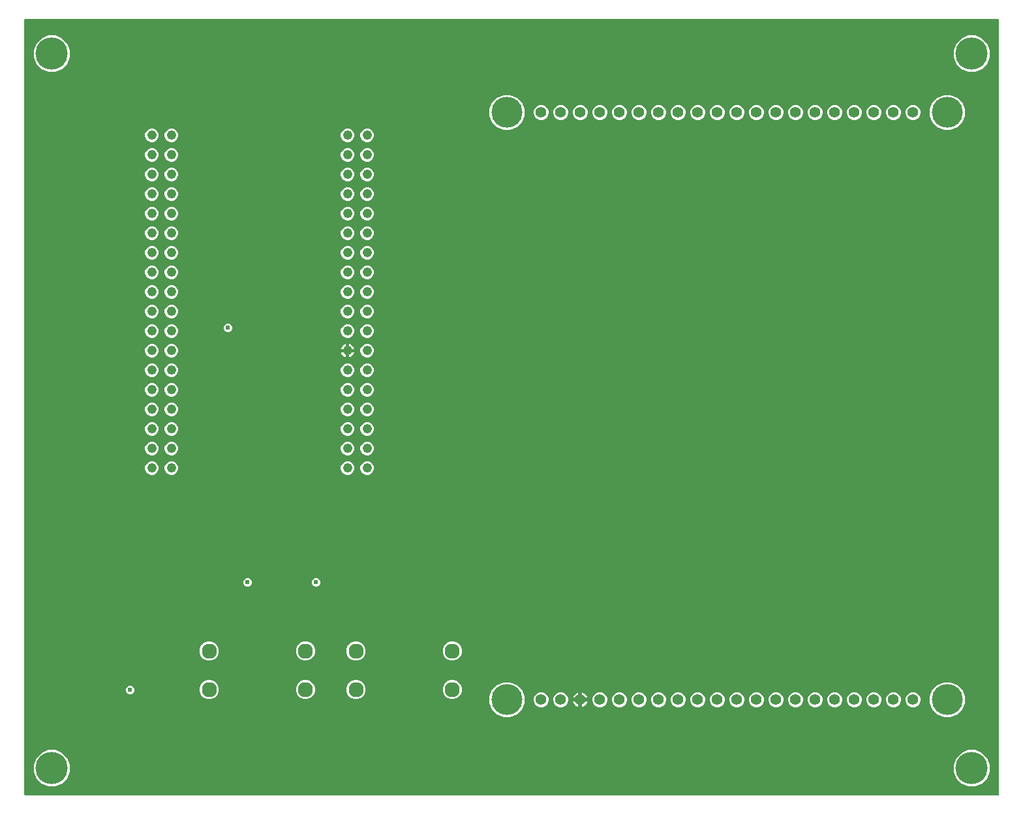
<source format=gbr>
G04 EAGLE Gerber RS-274X export*
G75*
%MOMM*%
%FSLAX34Y34*%
%LPD*%
%INCopper Layer 15*%
%IPPOS*%
%AMOC8*
5,1,8,0,0,1.08239X$1,22.5*%
G01*
%ADD10C,1.244600*%
%ADD11C,1.400000*%
%ADD12C,4.016000*%
%ADD13C,1.960000*%
%ADD14C,4.191000*%
%ADD15C,0.609600*%

G36*
X1266108Y2556D02*
X1266108Y2556D01*
X1266227Y2563D01*
X1266265Y2576D01*
X1266306Y2581D01*
X1266416Y2624D01*
X1266529Y2661D01*
X1266564Y2683D01*
X1266601Y2698D01*
X1266697Y2767D01*
X1266798Y2831D01*
X1266826Y2861D01*
X1266859Y2884D01*
X1266935Y2976D01*
X1267016Y3063D01*
X1267036Y3098D01*
X1267061Y3129D01*
X1267112Y3237D01*
X1267170Y3341D01*
X1267180Y3381D01*
X1267197Y3417D01*
X1267219Y3534D01*
X1267249Y3649D01*
X1267253Y3709D01*
X1267257Y3729D01*
X1267255Y3750D01*
X1267259Y3810D01*
X1267259Y1008890D01*
X1267244Y1009008D01*
X1267237Y1009127D01*
X1267224Y1009165D01*
X1267219Y1009206D01*
X1267176Y1009316D01*
X1267139Y1009429D01*
X1267117Y1009464D01*
X1267102Y1009501D01*
X1267033Y1009597D01*
X1266969Y1009698D01*
X1266939Y1009726D01*
X1266916Y1009759D01*
X1266824Y1009835D01*
X1266737Y1009916D01*
X1266702Y1009936D01*
X1266671Y1009961D01*
X1266563Y1010012D01*
X1266459Y1010070D01*
X1266419Y1010080D01*
X1266383Y1010097D01*
X1266266Y1010119D01*
X1266151Y1010149D01*
X1266091Y1010153D01*
X1266071Y1010157D01*
X1266050Y1010155D01*
X1265990Y1010159D01*
X3810Y1010159D01*
X3692Y1010144D01*
X3573Y1010137D01*
X3535Y1010124D01*
X3494Y1010119D01*
X3384Y1010076D01*
X3271Y1010039D01*
X3236Y1010017D01*
X3199Y1010002D01*
X3103Y1009933D01*
X3002Y1009869D01*
X2974Y1009839D01*
X2941Y1009816D01*
X2865Y1009724D01*
X2784Y1009637D01*
X2764Y1009602D01*
X2739Y1009571D01*
X2688Y1009463D01*
X2630Y1009359D01*
X2620Y1009319D01*
X2603Y1009283D01*
X2581Y1009166D01*
X2551Y1009051D01*
X2547Y1008991D01*
X2543Y1008971D01*
X2545Y1008950D01*
X2541Y1008890D01*
X2541Y3810D01*
X2556Y3692D01*
X2563Y3573D01*
X2576Y3535D01*
X2581Y3494D01*
X2624Y3384D01*
X2661Y3271D01*
X2683Y3236D01*
X2698Y3199D01*
X2767Y3103D01*
X2831Y3002D01*
X2861Y2974D01*
X2884Y2941D01*
X2976Y2865D01*
X3063Y2784D01*
X3098Y2764D01*
X3129Y2739D01*
X3237Y2688D01*
X3341Y2630D01*
X3381Y2620D01*
X3417Y2603D01*
X3534Y2581D01*
X3649Y2551D01*
X3709Y2547D01*
X3729Y2543D01*
X3750Y2545D01*
X3810Y2541D01*
X1265990Y2541D01*
X1266108Y2556D01*
G37*
%LPC*%
G36*
X1227226Y941704D02*
X1227226Y941704D01*
X1218591Y945281D01*
X1211981Y951891D01*
X1208404Y960526D01*
X1208404Y969874D01*
X1211981Y978509D01*
X1218591Y985119D01*
X1227226Y988696D01*
X1236574Y988696D01*
X1245209Y985119D01*
X1251819Y978509D01*
X1255396Y969874D01*
X1255396Y960526D01*
X1251819Y951891D01*
X1245209Y945281D01*
X1236574Y941704D01*
X1227226Y941704D01*
G37*
%LPD*%
%LPC*%
G36*
X33426Y941704D02*
X33426Y941704D01*
X24791Y945281D01*
X18181Y951891D01*
X14604Y960526D01*
X14604Y969874D01*
X18181Y978509D01*
X24791Y985119D01*
X33426Y988696D01*
X42774Y988696D01*
X51409Y985119D01*
X58019Y978509D01*
X61596Y969874D01*
X61596Y960526D01*
X58019Y951891D01*
X51409Y945281D01*
X42774Y941704D01*
X33426Y941704D01*
G37*
%LPD*%
%LPC*%
G36*
X33426Y14604D02*
X33426Y14604D01*
X24791Y18181D01*
X18181Y24791D01*
X14604Y33426D01*
X14604Y42774D01*
X18181Y51409D01*
X24791Y58019D01*
X33426Y61596D01*
X42774Y61596D01*
X51409Y58019D01*
X58019Y51409D01*
X61596Y42774D01*
X61596Y33426D01*
X58019Y24791D01*
X51409Y18181D01*
X42774Y14604D01*
X33426Y14604D01*
G37*
%LPD*%
%LPC*%
G36*
X1227226Y14604D02*
X1227226Y14604D01*
X1218591Y18181D01*
X1211981Y24791D01*
X1208404Y33426D01*
X1208404Y42774D01*
X1211981Y51409D01*
X1218591Y58019D01*
X1227226Y61596D01*
X1236574Y61596D01*
X1245209Y58019D01*
X1251819Y51409D01*
X1255396Y42774D01*
X1255396Y33426D01*
X1251819Y24791D01*
X1245209Y18181D01*
X1236574Y14604D01*
X1227226Y14604D01*
G37*
%LPD*%
%LPC*%
G36*
X1195650Y866379D02*
X1195650Y866379D01*
X1187336Y869823D01*
X1180973Y876186D01*
X1177529Y884500D01*
X1177529Y893500D01*
X1180973Y901814D01*
X1187336Y908177D01*
X1195650Y911621D01*
X1204650Y911621D01*
X1212964Y908177D01*
X1219327Y901814D01*
X1222771Y893500D01*
X1222771Y884500D01*
X1219327Y876186D01*
X1212964Y869823D01*
X1204650Y866379D01*
X1195650Y866379D01*
G37*
%LPD*%
%LPC*%
G36*
X624150Y866379D02*
X624150Y866379D01*
X615836Y869823D01*
X609473Y876186D01*
X606029Y884500D01*
X606029Y893500D01*
X609473Y901814D01*
X615836Y908177D01*
X624150Y911621D01*
X633150Y911621D01*
X641464Y908177D01*
X647827Y901814D01*
X651271Y893500D01*
X651271Y884500D01*
X647827Y876186D01*
X641464Y869823D01*
X633150Y866379D01*
X624150Y866379D01*
G37*
%LPD*%
%LPC*%
G36*
X624150Y104379D02*
X624150Y104379D01*
X615836Y107823D01*
X609473Y114186D01*
X606029Y122500D01*
X606029Y131500D01*
X609473Y139814D01*
X615836Y146177D01*
X624150Y149621D01*
X633150Y149621D01*
X641464Y146177D01*
X647827Y139814D01*
X651271Y131500D01*
X651271Y122500D01*
X647827Y114186D01*
X641464Y107823D01*
X633150Y104379D01*
X624150Y104379D01*
G37*
%LPD*%
%LPC*%
G36*
X1195650Y104379D02*
X1195650Y104379D01*
X1187336Y107823D01*
X1180973Y114186D01*
X1177529Y122500D01*
X1177529Y131500D01*
X1180973Y139814D01*
X1187336Y146177D01*
X1195650Y149621D01*
X1204650Y149621D01*
X1212964Y146177D01*
X1219327Y139814D01*
X1222771Y131500D01*
X1222771Y122500D01*
X1219327Y114186D01*
X1212964Y107823D01*
X1204650Y104379D01*
X1195650Y104379D01*
G37*
%LPD*%
%LPC*%
G36*
X239845Y177759D02*
X239845Y177759D01*
X235310Y179638D01*
X231838Y183110D01*
X229959Y187645D01*
X229959Y192555D01*
X231838Y197090D01*
X235310Y200562D01*
X239845Y202441D01*
X244755Y202441D01*
X249290Y200562D01*
X252762Y197090D01*
X254641Y192555D01*
X254641Y187645D01*
X252762Y183110D01*
X249290Y179638D01*
X244755Y177759D01*
X239845Y177759D01*
G37*
%LPD*%
%LPC*%
G36*
X364845Y127759D02*
X364845Y127759D01*
X360310Y129638D01*
X356838Y133110D01*
X354959Y137645D01*
X354959Y142555D01*
X356838Y147090D01*
X360310Y150562D01*
X364845Y152441D01*
X369755Y152441D01*
X374290Y150562D01*
X377762Y147090D01*
X379641Y142555D01*
X379641Y137645D01*
X377762Y133110D01*
X374290Y129638D01*
X369755Y127759D01*
X364845Y127759D01*
G37*
%LPD*%
%LPC*%
G36*
X430345Y127759D02*
X430345Y127759D01*
X425810Y129638D01*
X422338Y133110D01*
X420459Y137645D01*
X420459Y142555D01*
X422338Y147090D01*
X425810Y150562D01*
X430345Y152441D01*
X435255Y152441D01*
X439790Y150562D01*
X443262Y147090D01*
X445141Y142555D01*
X445141Y137645D01*
X443262Y133110D01*
X439790Y129638D01*
X435255Y127759D01*
X430345Y127759D01*
G37*
%LPD*%
%LPC*%
G36*
X555345Y127759D02*
X555345Y127759D01*
X550810Y129638D01*
X547338Y133110D01*
X545459Y137645D01*
X545459Y142555D01*
X547338Y147090D01*
X550810Y150562D01*
X555345Y152441D01*
X560255Y152441D01*
X564790Y150562D01*
X568262Y147090D01*
X570141Y142555D01*
X570141Y137645D01*
X568262Y133110D01*
X564790Y129638D01*
X560255Y127759D01*
X555345Y127759D01*
G37*
%LPD*%
%LPC*%
G36*
X430345Y177759D02*
X430345Y177759D01*
X425810Y179638D01*
X422338Y183110D01*
X420459Y187645D01*
X420459Y192555D01*
X422338Y197090D01*
X425810Y200562D01*
X430345Y202441D01*
X435255Y202441D01*
X439790Y200562D01*
X443262Y197090D01*
X445141Y192555D01*
X445141Y187645D01*
X443262Y183110D01*
X439790Y179638D01*
X435255Y177759D01*
X430345Y177759D01*
G37*
%LPD*%
%LPC*%
G36*
X555345Y177759D02*
X555345Y177759D01*
X550810Y179638D01*
X547338Y183110D01*
X545459Y187645D01*
X545459Y192555D01*
X547338Y197090D01*
X550810Y200562D01*
X555345Y202441D01*
X560255Y202441D01*
X564790Y200562D01*
X568262Y197090D01*
X570141Y192555D01*
X570141Y187645D01*
X568262Y183110D01*
X564790Y179638D01*
X560255Y177759D01*
X555345Y177759D01*
G37*
%LPD*%
%LPC*%
G36*
X364845Y177759D02*
X364845Y177759D01*
X360310Y179638D01*
X356838Y183110D01*
X354959Y187645D01*
X354959Y192555D01*
X356838Y197090D01*
X360310Y200562D01*
X364845Y202441D01*
X369755Y202441D01*
X374290Y200562D01*
X377762Y197090D01*
X379641Y192555D01*
X379641Y187645D01*
X377762Y183110D01*
X374290Y179638D01*
X369755Y177759D01*
X364845Y177759D01*
G37*
%LPD*%
%LPC*%
G36*
X239845Y127759D02*
X239845Y127759D01*
X235310Y129638D01*
X231838Y133110D01*
X229959Y137645D01*
X229959Y142555D01*
X231838Y147090D01*
X235310Y150562D01*
X239845Y152441D01*
X244755Y152441D01*
X249290Y150562D01*
X252762Y147090D01*
X254641Y142555D01*
X254641Y137645D01*
X252762Y133110D01*
X249290Y129638D01*
X244755Y127759D01*
X239845Y127759D01*
G37*
%LPD*%
%LPC*%
G36*
X1153802Y879459D02*
X1153802Y879459D01*
X1150296Y880912D01*
X1147612Y883596D01*
X1146159Y887102D01*
X1146159Y890898D01*
X1147612Y894404D01*
X1150296Y897088D01*
X1153802Y898541D01*
X1157598Y898541D01*
X1161104Y897088D01*
X1163788Y894404D01*
X1165241Y890898D01*
X1165241Y887102D01*
X1163788Y883596D01*
X1161104Y880912D01*
X1157598Y879459D01*
X1153802Y879459D01*
G37*
%LPD*%
%LPC*%
G36*
X1128402Y879459D02*
X1128402Y879459D01*
X1124896Y880912D01*
X1122212Y883596D01*
X1120759Y887102D01*
X1120759Y890898D01*
X1122212Y894404D01*
X1124896Y897088D01*
X1128402Y898541D01*
X1132198Y898541D01*
X1135704Y897088D01*
X1138388Y894404D01*
X1139841Y890898D01*
X1139841Y887102D01*
X1138388Y883596D01*
X1135704Y880912D01*
X1132198Y879459D01*
X1128402Y879459D01*
G37*
%LPD*%
%LPC*%
G36*
X1103002Y879459D02*
X1103002Y879459D01*
X1099496Y880912D01*
X1096812Y883596D01*
X1095359Y887102D01*
X1095359Y890898D01*
X1096812Y894404D01*
X1099496Y897088D01*
X1103002Y898541D01*
X1106798Y898541D01*
X1110304Y897088D01*
X1112988Y894404D01*
X1114441Y890898D01*
X1114441Y887102D01*
X1112988Y883596D01*
X1110304Y880912D01*
X1106798Y879459D01*
X1103002Y879459D01*
G37*
%LPD*%
%LPC*%
G36*
X1077602Y879459D02*
X1077602Y879459D01*
X1074096Y880912D01*
X1071412Y883596D01*
X1069959Y887102D01*
X1069959Y890898D01*
X1071412Y894404D01*
X1074096Y897088D01*
X1077602Y898541D01*
X1081398Y898541D01*
X1084904Y897088D01*
X1087588Y894404D01*
X1089041Y890898D01*
X1089041Y887102D01*
X1087588Y883596D01*
X1084904Y880912D01*
X1081398Y879459D01*
X1077602Y879459D01*
G37*
%LPD*%
%LPC*%
G36*
X1052202Y879459D02*
X1052202Y879459D01*
X1048696Y880912D01*
X1046012Y883596D01*
X1044559Y887102D01*
X1044559Y890898D01*
X1046012Y894404D01*
X1048696Y897088D01*
X1052202Y898541D01*
X1055998Y898541D01*
X1059504Y897088D01*
X1062188Y894404D01*
X1063641Y890898D01*
X1063641Y887102D01*
X1062188Y883596D01*
X1059504Y880912D01*
X1055998Y879459D01*
X1052202Y879459D01*
G37*
%LPD*%
%LPC*%
G36*
X1026802Y879459D02*
X1026802Y879459D01*
X1023296Y880912D01*
X1020612Y883596D01*
X1019159Y887102D01*
X1019159Y890898D01*
X1020612Y894404D01*
X1023296Y897088D01*
X1026802Y898541D01*
X1030598Y898541D01*
X1034104Y897088D01*
X1036788Y894404D01*
X1038241Y890898D01*
X1038241Y887102D01*
X1036788Y883596D01*
X1034104Y880912D01*
X1030598Y879459D01*
X1026802Y879459D01*
G37*
%LPD*%
%LPC*%
G36*
X1001402Y879459D02*
X1001402Y879459D01*
X997896Y880912D01*
X995212Y883596D01*
X993759Y887102D01*
X993759Y890898D01*
X995212Y894404D01*
X997896Y897088D01*
X1001402Y898541D01*
X1005198Y898541D01*
X1008704Y897088D01*
X1011388Y894404D01*
X1012841Y890898D01*
X1012841Y887102D01*
X1011388Y883596D01*
X1008704Y880912D01*
X1005198Y879459D01*
X1001402Y879459D01*
G37*
%LPD*%
%LPC*%
G36*
X976002Y879459D02*
X976002Y879459D01*
X972496Y880912D01*
X969812Y883596D01*
X968359Y887102D01*
X968359Y890898D01*
X969812Y894404D01*
X972496Y897088D01*
X976002Y898541D01*
X979798Y898541D01*
X983304Y897088D01*
X985988Y894404D01*
X987441Y890898D01*
X987441Y887102D01*
X985988Y883596D01*
X983304Y880912D01*
X979798Y879459D01*
X976002Y879459D01*
G37*
%LPD*%
%LPC*%
G36*
X950602Y879459D02*
X950602Y879459D01*
X947096Y880912D01*
X944412Y883596D01*
X942959Y887102D01*
X942959Y890898D01*
X944412Y894404D01*
X947096Y897088D01*
X950602Y898541D01*
X954398Y898541D01*
X957904Y897088D01*
X960588Y894404D01*
X962041Y890898D01*
X962041Y887102D01*
X960588Y883596D01*
X957904Y880912D01*
X954398Y879459D01*
X950602Y879459D01*
G37*
%LPD*%
%LPC*%
G36*
X925202Y879459D02*
X925202Y879459D01*
X921696Y880912D01*
X919012Y883596D01*
X917559Y887102D01*
X917559Y890898D01*
X919012Y894404D01*
X921696Y897088D01*
X925202Y898541D01*
X928998Y898541D01*
X932504Y897088D01*
X935188Y894404D01*
X936641Y890898D01*
X936641Y887102D01*
X935188Y883596D01*
X932504Y880912D01*
X928998Y879459D01*
X925202Y879459D01*
G37*
%LPD*%
%LPC*%
G36*
X899802Y879459D02*
X899802Y879459D01*
X896296Y880912D01*
X893612Y883596D01*
X892159Y887102D01*
X892159Y890898D01*
X893612Y894404D01*
X896296Y897088D01*
X899802Y898541D01*
X903598Y898541D01*
X907104Y897088D01*
X909788Y894404D01*
X911241Y890898D01*
X911241Y887102D01*
X909788Y883596D01*
X907104Y880912D01*
X903598Y879459D01*
X899802Y879459D01*
G37*
%LPD*%
%LPC*%
G36*
X874402Y879459D02*
X874402Y879459D01*
X870896Y880912D01*
X868212Y883596D01*
X866759Y887102D01*
X866759Y890898D01*
X868212Y894404D01*
X870896Y897088D01*
X874402Y898541D01*
X878198Y898541D01*
X881704Y897088D01*
X884388Y894404D01*
X885841Y890898D01*
X885841Y887102D01*
X884388Y883596D01*
X881704Y880912D01*
X878198Y879459D01*
X874402Y879459D01*
G37*
%LPD*%
%LPC*%
G36*
X823602Y879459D02*
X823602Y879459D01*
X820096Y880912D01*
X817412Y883596D01*
X815959Y887102D01*
X815959Y890898D01*
X817412Y894404D01*
X820096Y897088D01*
X823602Y898541D01*
X827398Y898541D01*
X830904Y897088D01*
X833588Y894404D01*
X835041Y890898D01*
X835041Y887102D01*
X833588Y883596D01*
X830904Y880912D01*
X827398Y879459D01*
X823602Y879459D01*
G37*
%LPD*%
%LPC*%
G36*
X798202Y879459D02*
X798202Y879459D01*
X794696Y880912D01*
X792012Y883596D01*
X790559Y887102D01*
X790559Y890898D01*
X792012Y894404D01*
X794696Y897088D01*
X798202Y898541D01*
X801998Y898541D01*
X805504Y897088D01*
X808188Y894404D01*
X809641Y890898D01*
X809641Y887102D01*
X808188Y883596D01*
X805504Y880912D01*
X801998Y879459D01*
X798202Y879459D01*
G37*
%LPD*%
%LPC*%
G36*
X772802Y879459D02*
X772802Y879459D01*
X769296Y880912D01*
X766612Y883596D01*
X765159Y887102D01*
X765159Y890898D01*
X766612Y894404D01*
X769296Y897088D01*
X772802Y898541D01*
X776598Y898541D01*
X780104Y897088D01*
X782788Y894404D01*
X784241Y890898D01*
X784241Y887102D01*
X782788Y883596D01*
X780104Y880912D01*
X776598Y879459D01*
X772802Y879459D01*
G37*
%LPD*%
%LPC*%
G36*
X747402Y879459D02*
X747402Y879459D01*
X743896Y880912D01*
X741212Y883596D01*
X739759Y887102D01*
X739759Y890898D01*
X741212Y894404D01*
X743896Y897088D01*
X747402Y898541D01*
X751198Y898541D01*
X754704Y897088D01*
X757388Y894404D01*
X758841Y890898D01*
X758841Y887102D01*
X757388Y883596D01*
X754704Y880912D01*
X751198Y879459D01*
X747402Y879459D01*
G37*
%LPD*%
%LPC*%
G36*
X722002Y879459D02*
X722002Y879459D01*
X718496Y880912D01*
X715812Y883596D01*
X714359Y887102D01*
X714359Y890898D01*
X715812Y894404D01*
X718496Y897088D01*
X722002Y898541D01*
X725798Y898541D01*
X729304Y897088D01*
X731988Y894404D01*
X733441Y890898D01*
X733441Y887102D01*
X731988Y883596D01*
X729304Y880912D01*
X725798Y879459D01*
X722002Y879459D01*
G37*
%LPD*%
%LPC*%
G36*
X696602Y879459D02*
X696602Y879459D01*
X693096Y880912D01*
X690412Y883596D01*
X688959Y887102D01*
X688959Y890898D01*
X690412Y894404D01*
X693096Y897088D01*
X696602Y898541D01*
X700398Y898541D01*
X703904Y897088D01*
X706588Y894404D01*
X708041Y890898D01*
X708041Y887102D01*
X706588Y883596D01*
X703904Y880912D01*
X700398Y879459D01*
X696602Y879459D01*
G37*
%LPD*%
%LPC*%
G36*
X671202Y879459D02*
X671202Y879459D01*
X667696Y880912D01*
X665012Y883596D01*
X663559Y887102D01*
X663559Y890898D01*
X665012Y894404D01*
X667696Y897088D01*
X671202Y898541D01*
X674998Y898541D01*
X678504Y897088D01*
X681188Y894404D01*
X682641Y890898D01*
X682641Y887102D01*
X681188Y883596D01*
X678504Y880912D01*
X674998Y879459D01*
X671202Y879459D01*
G37*
%LPD*%
%LPC*%
G36*
X1052202Y117459D02*
X1052202Y117459D01*
X1048696Y118912D01*
X1046012Y121596D01*
X1044559Y125102D01*
X1044559Y128898D01*
X1046012Y132404D01*
X1048696Y135088D01*
X1052202Y136541D01*
X1055998Y136541D01*
X1059504Y135088D01*
X1062188Y132404D01*
X1063641Y128898D01*
X1063641Y125102D01*
X1062188Y121596D01*
X1059504Y118912D01*
X1055998Y117459D01*
X1052202Y117459D01*
G37*
%LPD*%
%LPC*%
G36*
X1001402Y117459D02*
X1001402Y117459D01*
X997896Y118912D01*
X995212Y121596D01*
X993759Y125102D01*
X993759Y128898D01*
X995212Y132404D01*
X997896Y135088D01*
X1001402Y136541D01*
X1005198Y136541D01*
X1008704Y135088D01*
X1011388Y132404D01*
X1012841Y128898D01*
X1012841Y125102D01*
X1011388Y121596D01*
X1008704Y118912D01*
X1005198Y117459D01*
X1001402Y117459D01*
G37*
%LPD*%
%LPC*%
G36*
X925202Y117459D02*
X925202Y117459D01*
X921696Y118912D01*
X919012Y121596D01*
X917559Y125102D01*
X917559Y128898D01*
X919012Y132404D01*
X921696Y135088D01*
X925202Y136541D01*
X928998Y136541D01*
X932504Y135088D01*
X935188Y132404D01*
X936641Y128898D01*
X936641Y125102D01*
X935188Y121596D01*
X932504Y118912D01*
X928998Y117459D01*
X925202Y117459D01*
G37*
%LPD*%
%LPC*%
G36*
X899802Y117459D02*
X899802Y117459D01*
X896296Y118912D01*
X893612Y121596D01*
X892159Y125102D01*
X892159Y128898D01*
X893612Y132404D01*
X896296Y135088D01*
X899802Y136541D01*
X903598Y136541D01*
X907104Y135088D01*
X909788Y132404D01*
X911241Y128898D01*
X911241Y125102D01*
X909788Y121596D01*
X907104Y118912D01*
X903598Y117459D01*
X899802Y117459D01*
G37*
%LPD*%
%LPC*%
G36*
X874402Y117459D02*
X874402Y117459D01*
X870896Y118912D01*
X868212Y121596D01*
X866759Y125102D01*
X866759Y128898D01*
X868212Y132404D01*
X870896Y135088D01*
X874402Y136541D01*
X878198Y136541D01*
X881704Y135088D01*
X884388Y132404D01*
X885841Y128898D01*
X885841Y125102D01*
X884388Y121596D01*
X881704Y118912D01*
X878198Y117459D01*
X874402Y117459D01*
G37*
%LPD*%
%LPC*%
G36*
X849002Y117459D02*
X849002Y117459D01*
X845496Y118912D01*
X842812Y121596D01*
X841359Y125102D01*
X841359Y128898D01*
X842812Y132404D01*
X845496Y135088D01*
X849002Y136541D01*
X852798Y136541D01*
X856304Y135088D01*
X858988Y132404D01*
X860441Y128898D01*
X860441Y125102D01*
X858988Y121596D01*
X856304Y118912D01*
X852798Y117459D01*
X849002Y117459D01*
G37*
%LPD*%
%LPC*%
G36*
X823602Y117459D02*
X823602Y117459D01*
X820096Y118912D01*
X817412Y121596D01*
X815959Y125102D01*
X815959Y128898D01*
X817412Y132404D01*
X820096Y135088D01*
X823602Y136541D01*
X827398Y136541D01*
X830904Y135088D01*
X833588Y132404D01*
X835041Y128898D01*
X835041Y125102D01*
X833588Y121596D01*
X830904Y118912D01*
X827398Y117459D01*
X823602Y117459D01*
G37*
%LPD*%
%LPC*%
G36*
X798202Y117459D02*
X798202Y117459D01*
X794696Y118912D01*
X792012Y121596D01*
X790559Y125102D01*
X790559Y128898D01*
X792012Y132404D01*
X794696Y135088D01*
X798202Y136541D01*
X801998Y136541D01*
X805504Y135088D01*
X808188Y132404D01*
X809641Y128898D01*
X809641Y125102D01*
X808188Y121596D01*
X805504Y118912D01*
X801998Y117459D01*
X798202Y117459D01*
G37*
%LPD*%
%LPC*%
G36*
X772802Y117459D02*
X772802Y117459D01*
X769296Y118912D01*
X766612Y121596D01*
X765159Y125102D01*
X765159Y128898D01*
X766612Y132404D01*
X769296Y135088D01*
X772802Y136541D01*
X776598Y136541D01*
X780104Y135088D01*
X782788Y132404D01*
X784241Y128898D01*
X784241Y125102D01*
X782788Y121596D01*
X780104Y118912D01*
X776598Y117459D01*
X772802Y117459D01*
G37*
%LPD*%
%LPC*%
G36*
X747402Y117459D02*
X747402Y117459D01*
X743896Y118912D01*
X741212Y121596D01*
X739759Y125102D01*
X739759Y128898D01*
X741212Y132404D01*
X743896Y135088D01*
X747402Y136541D01*
X751198Y136541D01*
X754704Y135088D01*
X757388Y132404D01*
X758841Y128898D01*
X758841Y125102D01*
X757388Y121596D01*
X754704Y118912D01*
X751198Y117459D01*
X747402Y117459D01*
G37*
%LPD*%
%LPC*%
G36*
X696602Y117459D02*
X696602Y117459D01*
X693096Y118912D01*
X690412Y121596D01*
X688959Y125102D01*
X688959Y128898D01*
X690412Y132404D01*
X693096Y135088D01*
X696602Y136541D01*
X700398Y136541D01*
X703904Y135088D01*
X706588Y132404D01*
X708041Y128898D01*
X708041Y125102D01*
X706588Y121596D01*
X703904Y118912D01*
X700398Y117459D01*
X696602Y117459D01*
G37*
%LPD*%
%LPC*%
G36*
X671202Y117459D02*
X671202Y117459D01*
X667696Y118912D01*
X665012Y121596D01*
X663559Y125102D01*
X663559Y128898D01*
X665012Y132404D01*
X667696Y135088D01*
X671202Y136541D01*
X674998Y136541D01*
X678504Y135088D01*
X681188Y132404D01*
X682641Y128898D01*
X682641Y125102D01*
X681188Y121596D01*
X678504Y118912D01*
X674998Y117459D01*
X671202Y117459D01*
G37*
%LPD*%
%LPC*%
G36*
X1026802Y117459D02*
X1026802Y117459D01*
X1023296Y118912D01*
X1020612Y121596D01*
X1019159Y125102D01*
X1019159Y128898D01*
X1020612Y132404D01*
X1023296Y135088D01*
X1026802Y136541D01*
X1030598Y136541D01*
X1034104Y135088D01*
X1036788Y132404D01*
X1038241Y128898D01*
X1038241Y125102D01*
X1036788Y121596D01*
X1034104Y118912D01*
X1030598Y117459D01*
X1026802Y117459D01*
G37*
%LPD*%
%LPC*%
G36*
X849002Y879459D02*
X849002Y879459D01*
X845496Y880912D01*
X842812Y883596D01*
X841359Y887102D01*
X841359Y890898D01*
X842812Y894404D01*
X845496Y897088D01*
X849002Y898541D01*
X852798Y898541D01*
X856304Y897088D01*
X858988Y894404D01*
X860441Y890898D01*
X860441Y887102D01*
X858988Y883596D01*
X856304Y880912D01*
X852798Y879459D01*
X849002Y879459D01*
G37*
%LPD*%
%LPC*%
G36*
X976002Y117459D02*
X976002Y117459D01*
X972496Y118912D01*
X969812Y121596D01*
X968359Y125102D01*
X968359Y128898D01*
X969812Y132404D01*
X972496Y135088D01*
X976002Y136541D01*
X979798Y136541D01*
X983304Y135088D01*
X985988Y132404D01*
X987441Y128898D01*
X987441Y125102D01*
X985988Y121596D01*
X983304Y118912D01*
X979798Y117459D01*
X976002Y117459D01*
G37*
%LPD*%
%LPC*%
G36*
X950602Y117459D02*
X950602Y117459D01*
X947096Y118912D01*
X944412Y121596D01*
X942959Y125102D01*
X942959Y128898D01*
X944412Y132404D01*
X947096Y135088D01*
X950602Y136541D01*
X954398Y136541D01*
X957904Y135088D01*
X960588Y132404D01*
X962041Y128898D01*
X962041Y125102D01*
X960588Y121596D01*
X957904Y118912D01*
X954398Y117459D01*
X950602Y117459D01*
G37*
%LPD*%
%LPC*%
G36*
X1153802Y117459D02*
X1153802Y117459D01*
X1150296Y118912D01*
X1147612Y121596D01*
X1146159Y125102D01*
X1146159Y128898D01*
X1147612Y132404D01*
X1150296Y135088D01*
X1153802Y136541D01*
X1157598Y136541D01*
X1161104Y135088D01*
X1163788Y132404D01*
X1165241Y128898D01*
X1165241Y125102D01*
X1163788Y121596D01*
X1161104Y118912D01*
X1157598Y117459D01*
X1153802Y117459D01*
G37*
%LPD*%
%LPC*%
G36*
X1128402Y117459D02*
X1128402Y117459D01*
X1124896Y118912D01*
X1122212Y121596D01*
X1120759Y125102D01*
X1120759Y128898D01*
X1122212Y132404D01*
X1124896Y135088D01*
X1128402Y136541D01*
X1132198Y136541D01*
X1135704Y135088D01*
X1138388Y132404D01*
X1139841Y128898D01*
X1139841Y125102D01*
X1138388Y121596D01*
X1135704Y118912D01*
X1132198Y117459D01*
X1128402Y117459D01*
G37*
%LPD*%
%LPC*%
G36*
X1103002Y117459D02*
X1103002Y117459D01*
X1099496Y118912D01*
X1096812Y121596D01*
X1095359Y125102D01*
X1095359Y128898D01*
X1096812Y132404D01*
X1099496Y135088D01*
X1103002Y136541D01*
X1106798Y136541D01*
X1110304Y135088D01*
X1112988Y132404D01*
X1114441Y128898D01*
X1114441Y125102D01*
X1112988Y121596D01*
X1110304Y118912D01*
X1106798Y117459D01*
X1103002Y117459D01*
G37*
%LPD*%
%LPC*%
G36*
X1077602Y117459D02*
X1077602Y117459D01*
X1074096Y118912D01*
X1071412Y121596D01*
X1069959Y125102D01*
X1069959Y128898D01*
X1071412Y132404D01*
X1074096Y135088D01*
X1077602Y136541D01*
X1081398Y136541D01*
X1084904Y135088D01*
X1087588Y132404D01*
X1089041Y128898D01*
X1089041Y125102D01*
X1087588Y121596D01*
X1084904Y118912D01*
X1081398Y117459D01*
X1077602Y117459D01*
G37*
%LPD*%
%LPC*%
G36*
X191557Y850436D02*
X191557Y850436D01*
X188336Y851770D01*
X185870Y854236D01*
X184536Y857457D01*
X184536Y860943D01*
X185870Y864164D01*
X188336Y866630D01*
X191557Y867964D01*
X195043Y867964D01*
X198264Y866630D01*
X200730Y864164D01*
X202064Y860943D01*
X202064Y857457D01*
X200730Y854236D01*
X198264Y851770D01*
X195043Y850436D01*
X191557Y850436D01*
G37*
%LPD*%
%LPC*%
G36*
X166157Y850436D02*
X166157Y850436D01*
X162936Y851770D01*
X160470Y854236D01*
X159136Y857457D01*
X159136Y860943D01*
X160470Y864164D01*
X162936Y866630D01*
X166157Y867964D01*
X169643Y867964D01*
X172864Y866630D01*
X175330Y864164D01*
X176664Y860943D01*
X176664Y857457D01*
X175330Y854236D01*
X172864Y851770D01*
X169643Y850436D01*
X166157Y850436D01*
G37*
%LPD*%
%LPC*%
G36*
X445557Y850436D02*
X445557Y850436D01*
X442336Y851770D01*
X439870Y854236D01*
X438536Y857457D01*
X438536Y860943D01*
X439870Y864164D01*
X442336Y866630D01*
X445557Y867964D01*
X449043Y867964D01*
X452264Y866630D01*
X454730Y864164D01*
X456064Y860943D01*
X456064Y857457D01*
X454730Y854236D01*
X452264Y851770D01*
X449043Y850436D01*
X445557Y850436D01*
G37*
%LPD*%
%LPC*%
G36*
X420157Y850436D02*
X420157Y850436D01*
X416936Y851770D01*
X414470Y854236D01*
X413136Y857457D01*
X413136Y860943D01*
X414470Y864164D01*
X416936Y866630D01*
X420157Y867964D01*
X423643Y867964D01*
X426864Y866630D01*
X429330Y864164D01*
X430664Y860943D01*
X430664Y857457D01*
X429330Y854236D01*
X426864Y851770D01*
X423643Y850436D01*
X420157Y850436D01*
G37*
%LPD*%
%LPC*%
G36*
X191557Y825036D02*
X191557Y825036D01*
X188336Y826370D01*
X185870Y828836D01*
X184536Y832057D01*
X184536Y835543D01*
X185870Y838764D01*
X188336Y841230D01*
X191557Y842564D01*
X195043Y842564D01*
X198264Y841230D01*
X200730Y838764D01*
X202064Y835543D01*
X202064Y832057D01*
X200730Y828836D01*
X198264Y826370D01*
X195043Y825036D01*
X191557Y825036D01*
G37*
%LPD*%
%LPC*%
G36*
X166157Y825036D02*
X166157Y825036D01*
X162936Y826370D01*
X160470Y828836D01*
X159136Y832057D01*
X159136Y835543D01*
X160470Y838764D01*
X162936Y841230D01*
X166157Y842564D01*
X169643Y842564D01*
X172864Y841230D01*
X175330Y838764D01*
X176664Y835543D01*
X176664Y832057D01*
X175330Y828836D01*
X172864Y826370D01*
X169643Y825036D01*
X166157Y825036D01*
G37*
%LPD*%
%LPC*%
G36*
X445557Y825036D02*
X445557Y825036D01*
X442336Y826370D01*
X439870Y828836D01*
X438536Y832057D01*
X438536Y835543D01*
X439870Y838764D01*
X442336Y841230D01*
X445557Y842564D01*
X449043Y842564D01*
X452264Y841230D01*
X454730Y838764D01*
X456064Y835543D01*
X456064Y832057D01*
X454730Y828836D01*
X452264Y826370D01*
X449043Y825036D01*
X445557Y825036D01*
G37*
%LPD*%
%LPC*%
G36*
X420157Y825036D02*
X420157Y825036D01*
X416936Y826370D01*
X414470Y828836D01*
X413136Y832057D01*
X413136Y835543D01*
X414470Y838764D01*
X416936Y841230D01*
X420157Y842564D01*
X423643Y842564D01*
X426864Y841230D01*
X429330Y838764D01*
X430664Y835543D01*
X430664Y832057D01*
X429330Y828836D01*
X426864Y826370D01*
X423643Y825036D01*
X420157Y825036D01*
G37*
%LPD*%
%LPC*%
G36*
X445557Y799636D02*
X445557Y799636D01*
X442336Y800970D01*
X439870Y803436D01*
X438536Y806657D01*
X438536Y810143D01*
X439870Y813364D01*
X442336Y815830D01*
X445557Y817164D01*
X449043Y817164D01*
X452264Y815830D01*
X454730Y813364D01*
X456064Y810143D01*
X456064Y806657D01*
X454730Y803436D01*
X452264Y800970D01*
X449043Y799636D01*
X445557Y799636D01*
G37*
%LPD*%
%LPC*%
G36*
X420157Y799636D02*
X420157Y799636D01*
X416936Y800970D01*
X414470Y803436D01*
X413136Y806657D01*
X413136Y810143D01*
X414470Y813364D01*
X416936Y815830D01*
X420157Y817164D01*
X423643Y817164D01*
X426864Y815830D01*
X429330Y813364D01*
X430664Y810143D01*
X430664Y806657D01*
X429330Y803436D01*
X426864Y800970D01*
X423643Y799636D01*
X420157Y799636D01*
G37*
%LPD*%
%LPC*%
G36*
X191557Y799636D02*
X191557Y799636D01*
X188336Y800970D01*
X185870Y803436D01*
X184536Y806657D01*
X184536Y810143D01*
X185870Y813364D01*
X188336Y815830D01*
X191557Y817164D01*
X195043Y817164D01*
X198264Y815830D01*
X200730Y813364D01*
X202064Y810143D01*
X202064Y806657D01*
X200730Y803436D01*
X198264Y800970D01*
X195043Y799636D01*
X191557Y799636D01*
G37*
%LPD*%
%LPC*%
G36*
X166157Y799636D02*
X166157Y799636D01*
X162936Y800970D01*
X160470Y803436D01*
X159136Y806657D01*
X159136Y810143D01*
X160470Y813364D01*
X162936Y815830D01*
X166157Y817164D01*
X169643Y817164D01*
X172864Y815830D01*
X175330Y813364D01*
X176664Y810143D01*
X176664Y806657D01*
X175330Y803436D01*
X172864Y800970D01*
X169643Y799636D01*
X166157Y799636D01*
G37*
%LPD*%
%LPC*%
G36*
X445557Y774236D02*
X445557Y774236D01*
X442336Y775570D01*
X439870Y778036D01*
X438536Y781257D01*
X438536Y784743D01*
X439870Y787964D01*
X442336Y790430D01*
X445557Y791764D01*
X449043Y791764D01*
X452264Y790430D01*
X454730Y787964D01*
X456064Y784743D01*
X456064Y781257D01*
X454730Y778036D01*
X452264Y775570D01*
X449043Y774236D01*
X445557Y774236D01*
G37*
%LPD*%
%LPC*%
G36*
X420157Y774236D02*
X420157Y774236D01*
X416936Y775570D01*
X414470Y778036D01*
X413136Y781257D01*
X413136Y784743D01*
X414470Y787964D01*
X416936Y790430D01*
X420157Y791764D01*
X423643Y791764D01*
X426864Y790430D01*
X429330Y787964D01*
X430664Y784743D01*
X430664Y781257D01*
X429330Y778036D01*
X426864Y775570D01*
X423643Y774236D01*
X420157Y774236D01*
G37*
%LPD*%
%LPC*%
G36*
X191557Y774236D02*
X191557Y774236D01*
X188336Y775570D01*
X185870Y778036D01*
X184536Y781257D01*
X184536Y784743D01*
X185870Y787964D01*
X188336Y790430D01*
X191557Y791764D01*
X195043Y791764D01*
X198264Y790430D01*
X200730Y787964D01*
X202064Y784743D01*
X202064Y781257D01*
X200730Y778036D01*
X198264Y775570D01*
X195043Y774236D01*
X191557Y774236D01*
G37*
%LPD*%
%LPC*%
G36*
X166157Y774236D02*
X166157Y774236D01*
X162936Y775570D01*
X160470Y778036D01*
X159136Y781257D01*
X159136Y784743D01*
X160470Y787964D01*
X162936Y790430D01*
X166157Y791764D01*
X169643Y791764D01*
X172864Y790430D01*
X175330Y787964D01*
X176664Y784743D01*
X176664Y781257D01*
X175330Y778036D01*
X172864Y775570D01*
X169643Y774236D01*
X166157Y774236D01*
G37*
%LPD*%
%LPC*%
G36*
X445557Y748836D02*
X445557Y748836D01*
X442336Y750170D01*
X439870Y752636D01*
X438536Y755857D01*
X438536Y759343D01*
X439870Y762564D01*
X442336Y765030D01*
X445557Y766364D01*
X449043Y766364D01*
X452264Y765030D01*
X454730Y762564D01*
X456064Y759343D01*
X456064Y755857D01*
X454730Y752636D01*
X452264Y750170D01*
X449043Y748836D01*
X445557Y748836D01*
G37*
%LPD*%
%LPC*%
G36*
X420157Y748836D02*
X420157Y748836D01*
X416936Y750170D01*
X414470Y752636D01*
X413136Y755857D01*
X413136Y759343D01*
X414470Y762564D01*
X416936Y765030D01*
X420157Y766364D01*
X423643Y766364D01*
X426864Y765030D01*
X429330Y762564D01*
X430664Y759343D01*
X430664Y755857D01*
X429330Y752636D01*
X426864Y750170D01*
X423643Y748836D01*
X420157Y748836D01*
G37*
%LPD*%
%LPC*%
G36*
X191557Y748836D02*
X191557Y748836D01*
X188336Y750170D01*
X185870Y752636D01*
X184536Y755857D01*
X184536Y759343D01*
X185870Y762564D01*
X188336Y765030D01*
X191557Y766364D01*
X195043Y766364D01*
X198264Y765030D01*
X200730Y762564D01*
X202064Y759343D01*
X202064Y755857D01*
X200730Y752636D01*
X198264Y750170D01*
X195043Y748836D01*
X191557Y748836D01*
G37*
%LPD*%
%LPC*%
G36*
X166157Y748836D02*
X166157Y748836D01*
X162936Y750170D01*
X160470Y752636D01*
X159136Y755857D01*
X159136Y759343D01*
X160470Y762564D01*
X162936Y765030D01*
X166157Y766364D01*
X169643Y766364D01*
X172864Y765030D01*
X175330Y762564D01*
X176664Y759343D01*
X176664Y755857D01*
X175330Y752636D01*
X172864Y750170D01*
X169643Y748836D01*
X166157Y748836D01*
G37*
%LPD*%
%LPC*%
G36*
X191557Y723436D02*
X191557Y723436D01*
X188336Y724770D01*
X185870Y727236D01*
X184536Y730457D01*
X184536Y733943D01*
X185870Y737164D01*
X188336Y739630D01*
X191557Y740964D01*
X195043Y740964D01*
X198264Y739630D01*
X200730Y737164D01*
X202064Y733943D01*
X202064Y730457D01*
X200730Y727236D01*
X198264Y724770D01*
X195043Y723436D01*
X191557Y723436D01*
G37*
%LPD*%
%LPC*%
G36*
X166157Y723436D02*
X166157Y723436D01*
X162936Y724770D01*
X160470Y727236D01*
X159136Y730457D01*
X159136Y733943D01*
X160470Y737164D01*
X162936Y739630D01*
X166157Y740964D01*
X169643Y740964D01*
X172864Y739630D01*
X175330Y737164D01*
X176664Y733943D01*
X176664Y730457D01*
X175330Y727236D01*
X172864Y724770D01*
X169643Y723436D01*
X166157Y723436D01*
G37*
%LPD*%
%LPC*%
G36*
X445557Y723436D02*
X445557Y723436D01*
X442336Y724770D01*
X439870Y727236D01*
X438536Y730457D01*
X438536Y733943D01*
X439870Y737164D01*
X442336Y739630D01*
X445557Y740964D01*
X449043Y740964D01*
X452264Y739630D01*
X454730Y737164D01*
X456064Y733943D01*
X456064Y730457D01*
X454730Y727236D01*
X452264Y724770D01*
X449043Y723436D01*
X445557Y723436D01*
G37*
%LPD*%
%LPC*%
G36*
X420157Y723436D02*
X420157Y723436D01*
X416936Y724770D01*
X414470Y727236D01*
X413136Y730457D01*
X413136Y733943D01*
X414470Y737164D01*
X416936Y739630D01*
X420157Y740964D01*
X423643Y740964D01*
X426864Y739630D01*
X429330Y737164D01*
X430664Y733943D01*
X430664Y730457D01*
X429330Y727236D01*
X426864Y724770D01*
X423643Y723436D01*
X420157Y723436D01*
G37*
%LPD*%
%LPC*%
G36*
X445557Y698036D02*
X445557Y698036D01*
X442336Y699370D01*
X439870Y701836D01*
X438536Y705057D01*
X438536Y708543D01*
X439870Y711764D01*
X442336Y714230D01*
X445557Y715564D01*
X449043Y715564D01*
X452264Y714230D01*
X454730Y711764D01*
X456064Y708543D01*
X456064Y705057D01*
X454730Y701836D01*
X452264Y699370D01*
X449043Y698036D01*
X445557Y698036D01*
G37*
%LPD*%
%LPC*%
G36*
X420157Y698036D02*
X420157Y698036D01*
X416936Y699370D01*
X414470Y701836D01*
X413136Y705057D01*
X413136Y708543D01*
X414470Y711764D01*
X416936Y714230D01*
X420157Y715564D01*
X423643Y715564D01*
X426864Y714230D01*
X429330Y711764D01*
X430664Y708543D01*
X430664Y705057D01*
X429330Y701836D01*
X426864Y699370D01*
X423643Y698036D01*
X420157Y698036D01*
G37*
%LPD*%
%LPC*%
G36*
X191557Y698036D02*
X191557Y698036D01*
X188336Y699370D01*
X185870Y701836D01*
X184536Y705057D01*
X184536Y708543D01*
X185870Y711764D01*
X188336Y714230D01*
X191557Y715564D01*
X195043Y715564D01*
X198264Y714230D01*
X200730Y711764D01*
X202064Y708543D01*
X202064Y705057D01*
X200730Y701836D01*
X198264Y699370D01*
X195043Y698036D01*
X191557Y698036D01*
G37*
%LPD*%
%LPC*%
G36*
X166157Y698036D02*
X166157Y698036D01*
X162936Y699370D01*
X160470Y701836D01*
X159136Y705057D01*
X159136Y708543D01*
X160470Y711764D01*
X162936Y714230D01*
X166157Y715564D01*
X169643Y715564D01*
X172864Y714230D01*
X175330Y711764D01*
X176664Y708543D01*
X176664Y705057D01*
X175330Y701836D01*
X172864Y699370D01*
X169643Y698036D01*
X166157Y698036D01*
G37*
%LPD*%
%LPC*%
G36*
X445557Y672636D02*
X445557Y672636D01*
X442336Y673970D01*
X439870Y676436D01*
X438536Y679657D01*
X438536Y683143D01*
X439870Y686364D01*
X442336Y688830D01*
X445557Y690164D01*
X449043Y690164D01*
X452264Y688830D01*
X454730Y686364D01*
X456064Y683143D01*
X456064Y679657D01*
X454730Y676436D01*
X452264Y673970D01*
X449043Y672636D01*
X445557Y672636D01*
G37*
%LPD*%
%LPC*%
G36*
X420157Y672636D02*
X420157Y672636D01*
X416936Y673970D01*
X414470Y676436D01*
X413136Y679657D01*
X413136Y683143D01*
X414470Y686364D01*
X416936Y688830D01*
X420157Y690164D01*
X423643Y690164D01*
X426864Y688830D01*
X429330Y686364D01*
X430664Y683143D01*
X430664Y679657D01*
X429330Y676436D01*
X426864Y673970D01*
X423643Y672636D01*
X420157Y672636D01*
G37*
%LPD*%
%LPC*%
G36*
X191557Y672636D02*
X191557Y672636D01*
X188336Y673970D01*
X185870Y676436D01*
X184536Y679657D01*
X184536Y683143D01*
X185870Y686364D01*
X188336Y688830D01*
X191557Y690164D01*
X195043Y690164D01*
X198264Y688830D01*
X200730Y686364D01*
X202064Y683143D01*
X202064Y679657D01*
X200730Y676436D01*
X198264Y673970D01*
X195043Y672636D01*
X191557Y672636D01*
G37*
%LPD*%
%LPC*%
G36*
X166157Y672636D02*
X166157Y672636D01*
X162936Y673970D01*
X160470Y676436D01*
X159136Y679657D01*
X159136Y683143D01*
X160470Y686364D01*
X162936Y688830D01*
X166157Y690164D01*
X169643Y690164D01*
X172864Y688830D01*
X175330Y686364D01*
X176664Y683143D01*
X176664Y679657D01*
X175330Y676436D01*
X172864Y673970D01*
X169643Y672636D01*
X166157Y672636D01*
G37*
%LPD*%
%LPC*%
G36*
X445557Y647236D02*
X445557Y647236D01*
X442336Y648570D01*
X439870Y651036D01*
X438536Y654257D01*
X438536Y657743D01*
X439870Y660964D01*
X442336Y663430D01*
X445557Y664764D01*
X449043Y664764D01*
X452264Y663430D01*
X454730Y660964D01*
X456064Y657743D01*
X456064Y654257D01*
X454730Y651036D01*
X452264Y648570D01*
X449043Y647236D01*
X445557Y647236D01*
G37*
%LPD*%
%LPC*%
G36*
X445557Y469436D02*
X445557Y469436D01*
X442336Y470770D01*
X439870Y473236D01*
X438536Y476457D01*
X438536Y479943D01*
X439870Y483164D01*
X442336Y485630D01*
X445557Y486964D01*
X449043Y486964D01*
X452264Y485630D01*
X454730Y483164D01*
X456064Y479943D01*
X456064Y476457D01*
X454730Y473236D01*
X452264Y470770D01*
X449043Y469436D01*
X445557Y469436D01*
G37*
%LPD*%
%LPC*%
G36*
X420157Y469436D02*
X420157Y469436D01*
X416936Y470770D01*
X414470Y473236D01*
X413136Y476457D01*
X413136Y479943D01*
X414470Y483164D01*
X416936Y485630D01*
X420157Y486964D01*
X423643Y486964D01*
X426864Y485630D01*
X429330Y483164D01*
X430664Y479943D01*
X430664Y476457D01*
X429330Y473236D01*
X426864Y470770D01*
X423643Y469436D01*
X420157Y469436D01*
G37*
%LPD*%
%LPC*%
G36*
X191557Y469436D02*
X191557Y469436D01*
X188336Y470770D01*
X185870Y473236D01*
X184536Y476457D01*
X184536Y479943D01*
X185870Y483164D01*
X188336Y485630D01*
X191557Y486964D01*
X195043Y486964D01*
X198264Y485630D01*
X200730Y483164D01*
X202064Y479943D01*
X202064Y476457D01*
X200730Y473236D01*
X198264Y470770D01*
X195043Y469436D01*
X191557Y469436D01*
G37*
%LPD*%
%LPC*%
G36*
X166157Y469436D02*
X166157Y469436D01*
X162936Y470770D01*
X160470Y473236D01*
X159136Y476457D01*
X159136Y479943D01*
X160470Y483164D01*
X162936Y485630D01*
X166157Y486964D01*
X169643Y486964D01*
X172864Y485630D01*
X175330Y483164D01*
X176664Y479943D01*
X176664Y476457D01*
X175330Y473236D01*
X172864Y470770D01*
X169643Y469436D01*
X166157Y469436D01*
G37*
%LPD*%
%LPC*%
G36*
X445557Y444036D02*
X445557Y444036D01*
X442336Y445370D01*
X439870Y447836D01*
X438536Y451057D01*
X438536Y454543D01*
X439870Y457764D01*
X442336Y460230D01*
X445557Y461564D01*
X449043Y461564D01*
X452264Y460230D01*
X454730Y457764D01*
X456064Y454543D01*
X456064Y451057D01*
X454730Y447836D01*
X452264Y445370D01*
X449043Y444036D01*
X445557Y444036D01*
G37*
%LPD*%
%LPC*%
G36*
X420157Y444036D02*
X420157Y444036D01*
X416936Y445370D01*
X414470Y447836D01*
X413136Y451057D01*
X413136Y454543D01*
X414470Y457764D01*
X416936Y460230D01*
X420157Y461564D01*
X423643Y461564D01*
X426864Y460230D01*
X429330Y457764D01*
X430664Y454543D01*
X430664Y451057D01*
X429330Y447836D01*
X426864Y445370D01*
X423643Y444036D01*
X420157Y444036D01*
G37*
%LPD*%
%LPC*%
G36*
X191557Y444036D02*
X191557Y444036D01*
X188336Y445370D01*
X185870Y447836D01*
X184536Y451057D01*
X184536Y454543D01*
X185870Y457764D01*
X188336Y460230D01*
X191557Y461564D01*
X195043Y461564D01*
X198264Y460230D01*
X200730Y457764D01*
X202064Y454543D01*
X202064Y451057D01*
X200730Y447836D01*
X198264Y445370D01*
X195043Y444036D01*
X191557Y444036D01*
G37*
%LPD*%
%LPC*%
G36*
X166157Y444036D02*
X166157Y444036D01*
X162936Y445370D01*
X160470Y447836D01*
X159136Y451057D01*
X159136Y454543D01*
X160470Y457764D01*
X162936Y460230D01*
X166157Y461564D01*
X169643Y461564D01*
X172864Y460230D01*
X175330Y457764D01*
X176664Y454543D01*
X176664Y451057D01*
X175330Y447836D01*
X172864Y445370D01*
X169643Y444036D01*
X166157Y444036D01*
G37*
%LPD*%
%LPC*%
G36*
X445557Y418636D02*
X445557Y418636D01*
X442336Y419970D01*
X439870Y422436D01*
X438536Y425657D01*
X438536Y429143D01*
X439870Y432364D01*
X442336Y434830D01*
X445557Y436164D01*
X449043Y436164D01*
X452264Y434830D01*
X454730Y432364D01*
X456064Y429143D01*
X456064Y425657D01*
X454730Y422436D01*
X452264Y419970D01*
X449043Y418636D01*
X445557Y418636D01*
G37*
%LPD*%
%LPC*%
G36*
X420157Y418636D02*
X420157Y418636D01*
X416936Y419970D01*
X414470Y422436D01*
X413136Y425657D01*
X413136Y429143D01*
X414470Y432364D01*
X416936Y434830D01*
X420157Y436164D01*
X423643Y436164D01*
X426864Y434830D01*
X429330Y432364D01*
X430664Y429143D01*
X430664Y425657D01*
X429330Y422436D01*
X426864Y419970D01*
X423643Y418636D01*
X420157Y418636D01*
G37*
%LPD*%
%LPC*%
G36*
X191557Y418636D02*
X191557Y418636D01*
X188336Y419970D01*
X185870Y422436D01*
X184536Y425657D01*
X184536Y429143D01*
X185870Y432364D01*
X188336Y434830D01*
X191557Y436164D01*
X195043Y436164D01*
X198264Y434830D01*
X200730Y432364D01*
X202064Y429143D01*
X202064Y425657D01*
X200730Y422436D01*
X198264Y419970D01*
X195043Y418636D01*
X191557Y418636D01*
G37*
%LPD*%
%LPC*%
G36*
X166157Y418636D02*
X166157Y418636D01*
X162936Y419970D01*
X160470Y422436D01*
X159136Y425657D01*
X159136Y429143D01*
X160470Y432364D01*
X162936Y434830D01*
X166157Y436164D01*
X169643Y436164D01*
X172864Y434830D01*
X175330Y432364D01*
X176664Y429143D01*
X176664Y425657D01*
X175330Y422436D01*
X172864Y419970D01*
X169643Y418636D01*
X166157Y418636D01*
G37*
%LPD*%
%LPC*%
G36*
X445557Y596436D02*
X445557Y596436D01*
X442336Y597770D01*
X439870Y600236D01*
X438536Y603457D01*
X438536Y606943D01*
X439870Y610164D01*
X442336Y612630D01*
X445557Y613964D01*
X449043Y613964D01*
X452264Y612630D01*
X454730Y610164D01*
X456064Y606943D01*
X456064Y603457D01*
X454730Y600236D01*
X452264Y597770D01*
X449043Y596436D01*
X445557Y596436D01*
G37*
%LPD*%
%LPC*%
G36*
X166157Y596436D02*
X166157Y596436D01*
X162936Y597770D01*
X160470Y600236D01*
X159136Y603457D01*
X159136Y606943D01*
X160470Y610164D01*
X162936Y612630D01*
X166157Y613964D01*
X169643Y613964D01*
X172864Y612630D01*
X175330Y610164D01*
X176664Y606943D01*
X176664Y603457D01*
X175330Y600236D01*
X172864Y597770D01*
X169643Y596436D01*
X166157Y596436D01*
G37*
%LPD*%
%LPC*%
G36*
X191557Y596436D02*
X191557Y596436D01*
X188336Y597770D01*
X185870Y600236D01*
X184536Y603457D01*
X184536Y606943D01*
X185870Y610164D01*
X188336Y612630D01*
X191557Y613964D01*
X195043Y613964D01*
X198264Y612630D01*
X200730Y610164D01*
X202064Y606943D01*
X202064Y603457D01*
X200730Y600236D01*
X198264Y597770D01*
X195043Y596436D01*
X191557Y596436D01*
G37*
%LPD*%
%LPC*%
G36*
X420157Y621836D02*
X420157Y621836D01*
X416936Y623170D01*
X414470Y625636D01*
X413136Y628857D01*
X413136Y632343D01*
X414470Y635564D01*
X416936Y638030D01*
X420157Y639364D01*
X423643Y639364D01*
X426864Y638030D01*
X429330Y635564D01*
X430664Y632343D01*
X430664Y628857D01*
X429330Y625636D01*
X426864Y623170D01*
X423643Y621836D01*
X420157Y621836D01*
G37*
%LPD*%
%LPC*%
G36*
X445557Y621836D02*
X445557Y621836D01*
X442336Y623170D01*
X439870Y625636D01*
X438536Y628857D01*
X438536Y632343D01*
X439870Y635564D01*
X442336Y638030D01*
X445557Y639364D01*
X449043Y639364D01*
X452264Y638030D01*
X454730Y635564D01*
X456064Y632343D01*
X456064Y628857D01*
X454730Y625636D01*
X452264Y623170D01*
X449043Y621836D01*
X445557Y621836D01*
G37*
%LPD*%
%LPC*%
G36*
X166157Y621836D02*
X166157Y621836D01*
X162936Y623170D01*
X160470Y625636D01*
X159136Y628857D01*
X159136Y632343D01*
X160470Y635564D01*
X162936Y638030D01*
X166157Y639364D01*
X169643Y639364D01*
X172864Y638030D01*
X175330Y635564D01*
X176664Y632343D01*
X176664Y628857D01*
X175330Y625636D01*
X172864Y623170D01*
X169643Y621836D01*
X166157Y621836D01*
G37*
%LPD*%
%LPC*%
G36*
X191557Y621836D02*
X191557Y621836D01*
X188336Y623170D01*
X185870Y625636D01*
X184536Y628857D01*
X184536Y632343D01*
X185870Y635564D01*
X188336Y638030D01*
X191557Y639364D01*
X195043Y639364D01*
X198264Y638030D01*
X200730Y635564D01*
X202064Y632343D01*
X202064Y628857D01*
X200730Y625636D01*
X198264Y623170D01*
X195043Y621836D01*
X191557Y621836D01*
G37*
%LPD*%
%LPC*%
G36*
X166157Y647236D02*
X166157Y647236D01*
X162936Y648570D01*
X160470Y651036D01*
X159136Y654257D01*
X159136Y657743D01*
X160470Y660964D01*
X162936Y663430D01*
X166157Y664764D01*
X169643Y664764D01*
X172864Y663430D01*
X175330Y660964D01*
X176664Y657743D01*
X176664Y654257D01*
X175330Y651036D01*
X172864Y648570D01*
X169643Y647236D01*
X166157Y647236D01*
G37*
%LPD*%
%LPC*%
G36*
X191557Y647236D02*
X191557Y647236D01*
X188336Y648570D01*
X185870Y651036D01*
X184536Y654257D01*
X184536Y657743D01*
X185870Y660964D01*
X188336Y663430D01*
X191557Y664764D01*
X195043Y664764D01*
X198264Y663430D01*
X200730Y660964D01*
X202064Y657743D01*
X202064Y654257D01*
X200730Y651036D01*
X198264Y648570D01*
X195043Y647236D01*
X191557Y647236D01*
G37*
%LPD*%
%LPC*%
G36*
X445557Y571036D02*
X445557Y571036D01*
X442336Y572370D01*
X439870Y574836D01*
X438536Y578057D01*
X438536Y581543D01*
X439870Y584764D01*
X442336Y587230D01*
X445557Y588564D01*
X449043Y588564D01*
X452264Y587230D01*
X454730Y584764D01*
X456064Y581543D01*
X456064Y578057D01*
X454730Y574836D01*
X452264Y572370D01*
X449043Y571036D01*
X445557Y571036D01*
G37*
%LPD*%
%LPC*%
G36*
X191557Y571036D02*
X191557Y571036D01*
X188336Y572370D01*
X185870Y574836D01*
X184536Y578057D01*
X184536Y581543D01*
X185870Y584764D01*
X188336Y587230D01*
X191557Y588564D01*
X195043Y588564D01*
X198264Y587230D01*
X200730Y584764D01*
X202064Y581543D01*
X202064Y578057D01*
X200730Y574836D01*
X198264Y572370D01*
X195043Y571036D01*
X191557Y571036D01*
G37*
%LPD*%
%LPC*%
G36*
X166157Y571036D02*
X166157Y571036D01*
X162936Y572370D01*
X160470Y574836D01*
X159136Y578057D01*
X159136Y581543D01*
X160470Y584764D01*
X162936Y587230D01*
X166157Y588564D01*
X169643Y588564D01*
X172864Y587230D01*
X175330Y584764D01*
X176664Y581543D01*
X176664Y578057D01*
X175330Y574836D01*
X172864Y572370D01*
X169643Y571036D01*
X166157Y571036D01*
G37*
%LPD*%
%LPC*%
G36*
X191557Y520236D02*
X191557Y520236D01*
X188336Y521570D01*
X185870Y524036D01*
X184536Y527257D01*
X184536Y530743D01*
X185870Y533964D01*
X188336Y536430D01*
X191557Y537764D01*
X195043Y537764D01*
X198264Y536430D01*
X200730Y533964D01*
X202064Y530743D01*
X202064Y527257D01*
X200730Y524036D01*
X198264Y521570D01*
X195043Y520236D01*
X191557Y520236D01*
G37*
%LPD*%
%LPC*%
G36*
X420157Y596436D02*
X420157Y596436D01*
X416936Y597770D01*
X414470Y600236D01*
X413136Y603457D01*
X413136Y606943D01*
X414470Y610164D01*
X416936Y612630D01*
X420157Y613964D01*
X423643Y613964D01*
X426864Y612630D01*
X429330Y610164D01*
X430664Y606943D01*
X430664Y603457D01*
X429330Y600236D01*
X426864Y597770D01*
X423643Y596436D01*
X420157Y596436D01*
G37*
%LPD*%
%LPC*%
G36*
X445557Y545636D02*
X445557Y545636D01*
X442336Y546970D01*
X439870Y549436D01*
X438536Y552657D01*
X438536Y556143D01*
X439870Y559364D01*
X442336Y561830D01*
X445557Y563164D01*
X449043Y563164D01*
X452264Y561830D01*
X454730Y559364D01*
X456064Y556143D01*
X456064Y552657D01*
X454730Y549436D01*
X452264Y546970D01*
X449043Y545636D01*
X445557Y545636D01*
G37*
%LPD*%
%LPC*%
G36*
X420157Y545636D02*
X420157Y545636D01*
X416936Y546970D01*
X414470Y549436D01*
X413136Y552657D01*
X413136Y556143D01*
X414470Y559364D01*
X416936Y561830D01*
X420157Y563164D01*
X423643Y563164D01*
X426864Y561830D01*
X429330Y559364D01*
X430664Y556143D01*
X430664Y552657D01*
X429330Y549436D01*
X426864Y546970D01*
X423643Y545636D01*
X420157Y545636D01*
G37*
%LPD*%
%LPC*%
G36*
X191557Y545636D02*
X191557Y545636D01*
X188336Y546970D01*
X185870Y549436D01*
X184536Y552657D01*
X184536Y556143D01*
X185870Y559364D01*
X188336Y561830D01*
X191557Y563164D01*
X195043Y563164D01*
X198264Y561830D01*
X200730Y559364D01*
X202064Y556143D01*
X202064Y552657D01*
X200730Y549436D01*
X198264Y546970D01*
X195043Y545636D01*
X191557Y545636D01*
G37*
%LPD*%
%LPC*%
G36*
X166157Y545636D02*
X166157Y545636D01*
X162936Y546970D01*
X160470Y549436D01*
X159136Y552657D01*
X159136Y556143D01*
X160470Y559364D01*
X162936Y561830D01*
X166157Y563164D01*
X169643Y563164D01*
X172864Y561830D01*
X175330Y559364D01*
X176664Y556143D01*
X176664Y552657D01*
X175330Y549436D01*
X172864Y546970D01*
X169643Y545636D01*
X166157Y545636D01*
G37*
%LPD*%
%LPC*%
G36*
X445557Y520236D02*
X445557Y520236D01*
X442336Y521570D01*
X439870Y524036D01*
X438536Y527257D01*
X438536Y530743D01*
X439870Y533964D01*
X442336Y536430D01*
X445557Y537764D01*
X449043Y537764D01*
X452264Y536430D01*
X454730Y533964D01*
X456064Y530743D01*
X456064Y527257D01*
X454730Y524036D01*
X452264Y521570D01*
X449043Y520236D01*
X445557Y520236D01*
G37*
%LPD*%
%LPC*%
G36*
X420157Y520236D02*
X420157Y520236D01*
X416936Y521570D01*
X414470Y524036D01*
X413136Y527257D01*
X413136Y530743D01*
X414470Y533964D01*
X416936Y536430D01*
X420157Y537764D01*
X423643Y537764D01*
X426864Y536430D01*
X429330Y533964D01*
X430664Y530743D01*
X430664Y527257D01*
X429330Y524036D01*
X426864Y521570D01*
X423643Y520236D01*
X420157Y520236D01*
G37*
%LPD*%
%LPC*%
G36*
X166157Y494836D02*
X166157Y494836D01*
X162936Y496170D01*
X160470Y498636D01*
X159136Y501857D01*
X159136Y505343D01*
X160470Y508564D01*
X162936Y511030D01*
X166157Y512364D01*
X169643Y512364D01*
X172864Y511030D01*
X175330Y508564D01*
X176664Y505343D01*
X176664Y501857D01*
X175330Y498636D01*
X172864Y496170D01*
X169643Y494836D01*
X166157Y494836D01*
G37*
%LPD*%
%LPC*%
G36*
X166157Y520236D02*
X166157Y520236D01*
X162936Y521570D01*
X160470Y524036D01*
X159136Y527257D01*
X159136Y530743D01*
X160470Y533964D01*
X162936Y536430D01*
X166157Y537764D01*
X169643Y537764D01*
X172864Y536430D01*
X175330Y533964D01*
X176664Y530743D01*
X176664Y527257D01*
X175330Y524036D01*
X172864Y521570D01*
X169643Y520236D01*
X166157Y520236D01*
G37*
%LPD*%
%LPC*%
G36*
X445557Y494836D02*
X445557Y494836D01*
X442336Y496170D01*
X439870Y498636D01*
X438536Y501857D01*
X438536Y505343D01*
X439870Y508564D01*
X442336Y511030D01*
X445557Y512364D01*
X449043Y512364D01*
X452264Y511030D01*
X454730Y508564D01*
X456064Y505343D01*
X456064Y501857D01*
X454730Y498636D01*
X452264Y496170D01*
X449043Y494836D01*
X445557Y494836D01*
G37*
%LPD*%
%LPC*%
G36*
X420157Y494836D02*
X420157Y494836D01*
X416936Y496170D01*
X414470Y498636D01*
X413136Y501857D01*
X413136Y505343D01*
X414470Y508564D01*
X416936Y511030D01*
X420157Y512364D01*
X423643Y512364D01*
X426864Y511030D01*
X429330Y508564D01*
X430664Y505343D01*
X430664Y501857D01*
X429330Y498636D01*
X426864Y496170D01*
X423643Y494836D01*
X420157Y494836D01*
G37*
%LPD*%
%LPC*%
G36*
X191557Y494836D02*
X191557Y494836D01*
X188336Y496170D01*
X185870Y498636D01*
X184536Y501857D01*
X184536Y505343D01*
X185870Y508564D01*
X188336Y511030D01*
X191557Y512364D01*
X195043Y512364D01*
X198264Y511030D01*
X200730Y508564D01*
X202064Y505343D01*
X202064Y501857D01*
X200730Y498636D01*
X198264Y496170D01*
X195043Y494836D01*
X191557Y494836D01*
G37*
%LPD*%
%LPC*%
G36*
X420157Y647236D02*
X420157Y647236D01*
X416936Y648570D01*
X414470Y651036D01*
X413136Y654257D01*
X413136Y657743D01*
X414470Y660964D01*
X416936Y663430D01*
X420157Y664764D01*
X423643Y664764D01*
X426864Y663430D01*
X429330Y660964D01*
X430664Y657743D01*
X430664Y654257D01*
X429330Y651036D01*
X426864Y648570D01*
X423643Y647236D01*
X420157Y647236D01*
G37*
%LPD*%
%LPC*%
G36*
X290988Y273811D02*
X290988Y273811D01*
X288934Y274662D01*
X287362Y276234D01*
X286511Y278288D01*
X286511Y280512D01*
X287362Y282566D01*
X288934Y284138D01*
X290988Y284989D01*
X293212Y284989D01*
X295266Y284138D01*
X296838Y282566D01*
X297689Y280512D01*
X297689Y278288D01*
X296838Y276234D01*
X295266Y274662D01*
X293212Y273811D01*
X290988Y273811D01*
G37*
%LPD*%
%LPC*%
G36*
X379888Y273811D02*
X379888Y273811D01*
X377834Y274662D01*
X376262Y276234D01*
X375411Y278288D01*
X375411Y280512D01*
X376262Y282566D01*
X377834Y284138D01*
X379888Y284989D01*
X382112Y284989D01*
X384166Y284138D01*
X385738Y282566D01*
X386589Y280512D01*
X386589Y278288D01*
X385738Y276234D01*
X384166Y274662D01*
X382112Y273811D01*
X379888Y273811D01*
G37*
%LPD*%
%LPC*%
G36*
X265588Y604011D02*
X265588Y604011D01*
X263534Y604862D01*
X261962Y606434D01*
X261111Y608488D01*
X261111Y610712D01*
X261962Y612766D01*
X263534Y614338D01*
X265588Y615189D01*
X267812Y615189D01*
X269866Y614338D01*
X271438Y612766D01*
X272289Y610712D01*
X272289Y608488D01*
X271438Y606434D01*
X269866Y604862D01*
X267812Y604011D01*
X265588Y604011D01*
G37*
%LPD*%
%LPC*%
G36*
X138588Y134111D02*
X138588Y134111D01*
X136534Y134962D01*
X134962Y136534D01*
X134111Y138588D01*
X134111Y140812D01*
X134962Y142866D01*
X136534Y144438D01*
X138588Y145289D01*
X140812Y145289D01*
X142866Y144438D01*
X144438Y142866D01*
X145289Y140812D01*
X145289Y138588D01*
X144438Y136534D01*
X142866Y134962D01*
X140812Y134111D01*
X138588Y134111D01*
G37*
%LPD*%
%LPC*%
G36*
X726399Y129499D02*
X726399Y129499D01*
X726399Y136220D01*
X727562Y135842D01*
X728901Y135160D01*
X730115Y134277D01*
X731177Y133215D01*
X732060Y132001D01*
X732742Y130662D01*
X733120Y129499D01*
X726399Y129499D01*
G37*
%LPD*%
%LPC*%
G36*
X714680Y129499D02*
X714680Y129499D01*
X715058Y130662D01*
X715740Y132001D01*
X716623Y133215D01*
X717685Y134277D01*
X718899Y135160D01*
X720238Y135842D01*
X721401Y136220D01*
X721401Y129499D01*
X714680Y129499D01*
G37*
%LPD*%
%LPC*%
G36*
X726399Y124501D02*
X726399Y124501D01*
X733120Y124501D01*
X732742Y123338D01*
X732060Y121999D01*
X731177Y120785D01*
X730115Y119723D01*
X728901Y118840D01*
X727562Y118158D01*
X726399Y117780D01*
X726399Y124501D01*
G37*
%LPD*%
%LPC*%
G36*
X720238Y118158D02*
X720238Y118158D01*
X718899Y118840D01*
X717685Y119723D01*
X716623Y120785D01*
X715740Y121999D01*
X715058Y123338D01*
X714680Y124501D01*
X721401Y124501D01*
X721401Y117780D01*
X720238Y118158D01*
G37*
%LPD*%
%LPC*%
G36*
X424122Y582022D02*
X424122Y582022D01*
X424122Y588293D01*
X424456Y588227D01*
X426051Y587566D01*
X427487Y586607D01*
X428707Y585387D01*
X429666Y583951D01*
X430327Y582356D01*
X430393Y582022D01*
X424122Y582022D01*
G37*
%LPD*%
%LPC*%
G36*
X413407Y582022D02*
X413407Y582022D01*
X413473Y582356D01*
X414134Y583951D01*
X415093Y585387D01*
X416313Y586607D01*
X417749Y587566D01*
X419344Y588227D01*
X419678Y588293D01*
X419678Y582022D01*
X413407Y582022D01*
G37*
%LPD*%
%LPC*%
G36*
X424122Y577578D02*
X424122Y577578D01*
X430393Y577578D01*
X430327Y577244D01*
X429666Y575649D01*
X428707Y574213D01*
X427487Y572993D01*
X426051Y572034D01*
X424456Y571373D01*
X424122Y571307D01*
X424122Y577578D01*
G37*
%LPD*%
%LPC*%
G36*
X419344Y571373D02*
X419344Y571373D01*
X417749Y572034D01*
X416313Y572993D01*
X415093Y574213D01*
X414134Y575649D01*
X413473Y577244D01*
X413407Y577578D01*
X419678Y577578D01*
X419678Y571307D01*
X419344Y571373D01*
G37*
%LPD*%
D10*
X447300Y427400D03*
X421900Y427400D03*
X447300Y452800D03*
X421900Y452800D03*
X447300Y478200D03*
X421900Y478200D03*
X447300Y503600D03*
X421900Y503600D03*
X447300Y529000D03*
X421900Y529000D03*
X447300Y554400D03*
X421900Y554400D03*
X447300Y579800D03*
X421900Y579800D03*
X447300Y605200D03*
X421900Y605200D03*
X447300Y630600D03*
X421900Y630600D03*
X447300Y656000D03*
X421900Y656000D03*
X447300Y681400D03*
X421900Y681400D03*
X447300Y706800D03*
X421900Y706800D03*
X447300Y732200D03*
X421900Y732200D03*
X447300Y757600D03*
X421900Y757600D03*
X447300Y783000D03*
X421900Y783000D03*
X447300Y808400D03*
X421900Y808400D03*
X447300Y833800D03*
X421900Y833800D03*
X447300Y859200D03*
X421900Y859200D03*
X193300Y427400D03*
X167900Y427400D03*
X193300Y452800D03*
X167900Y452800D03*
X193300Y478200D03*
X167900Y478200D03*
X193300Y503600D03*
X167900Y503600D03*
X193300Y529000D03*
X167900Y529000D03*
X193300Y554400D03*
X167900Y554400D03*
X193300Y579800D03*
X167900Y579800D03*
X193300Y605200D03*
X167900Y605200D03*
X193300Y630600D03*
X167900Y630600D03*
X193300Y656000D03*
X167900Y656000D03*
X193300Y681400D03*
X167900Y681400D03*
X193300Y706800D03*
X167900Y706800D03*
X193300Y732200D03*
X167900Y732200D03*
X193300Y757600D03*
X167900Y757600D03*
X193300Y783000D03*
X167900Y783000D03*
X193300Y808400D03*
X167900Y808400D03*
X193300Y833800D03*
X167900Y833800D03*
X193300Y859200D03*
X167900Y859200D03*
D11*
X673100Y889000D03*
X698500Y889000D03*
X723900Y889000D03*
X749300Y889000D03*
X774700Y889000D03*
X800100Y889000D03*
X825500Y889000D03*
X850900Y889000D03*
X876300Y889000D03*
X901700Y889000D03*
X927100Y889000D03*
X952500Y889000D03*
X977900Y889000D03*
X1003300Y889000D03*
X1028700Y889000D03*
X1054100Y889000D03*
X1079500Y889000D03*
X1104900Y889000D03*
X1130300Y889000D03*
X1155700Y889000D03*
X673100Y127000D03*
X698500Y127000D03*
X723900Y127000D03*
X749300Y127000D03*
X774700Y127000D03*
X800100Y127000D03*
X825500Y127000D03*
X850900Y127000D03*
X876300Y127000D03*
X901700Y127000D03*
X927100Y127000D03*
X952500Y127000D03*
X977900Y127000D03*
X1003300Y127000D03*
X1028700Y127000D03*
X1054100Y127000D03*
X1079500Y127000D03*
X1104900Y127000D03*
X1130300Y127000D03*
X1155700Y127000D03*
D12*
X628650Y127000D03*
X1200150Y127000D03*
X628650Y889000D03*
X1200150Y889000D03*
D13*
X557800Y190100D03*
X557800Y140100D03*
X432800Y140100D03*
X432800Y190100D03*
X367300Y190100D03*
X367300Y140100D03*
X242300Y140100D03*
X242300Y190100D03*
D14*
X38100Y38100D03*
X38100Y965200D03*
X1231900Y965200D03*
X1231900Y38100D03*
D15*
X381000Y279400D03*
X292100Y279400D03*
X139700Y139700D03*
X266700Y609600D03*
M02*

</source>
